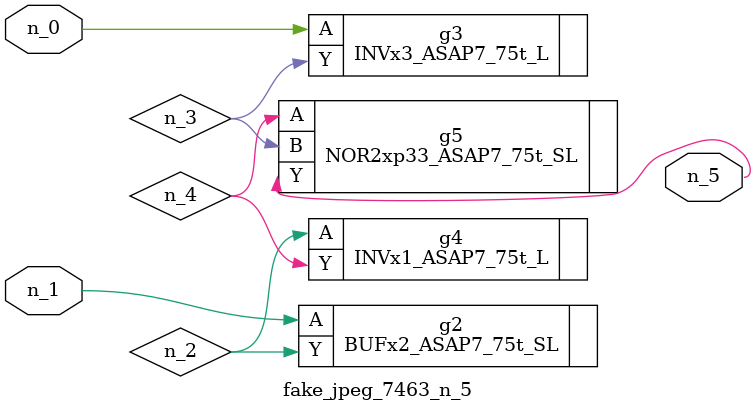
<source format=v>
module fake_jpeg_7463_n_5 (n_0, n_1, n_5);

input n_0;
input n_1;

output n_5;

wire n_3;
wire n_2;
wire n_4;

BUFx2_ASAP7_75t_SL g2 ( 
.A(n_1),
.Y(n_2)
);

INVx3_ASAP7_75t_L g3 ( 
.A(n_0),
.Y(n_3)
);

INVx1_ASAP7_75t_L g4 ( 
.A(n_2),
.Y(n_4)
);

NOR2xp33_ASAP7_75t_SL g5 ( 
.A(n_4),
.B(n_3),
.Y(n_5)
);


endmodule
</source>
